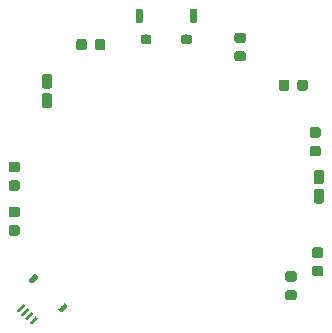
<source format=gtp>
G04 #@! TF.GenerationSoftware,KiCad,Pcbnew,5.1.2-f72e74a~84~ubuntu18.04.1*
G04 #@! TF.CreationDate,2019-07-25T17:33:10+02:00*
G04 #@! TF.ProjectId,lightboard,6c696768-7462-46f6-9172-642e6b696361,rev?*
G04 #@! TF.SameCoordinates,Original*
G04 #@! TF.FileFunction,Paste,Top*
G04 #@! TF.FilePolarity,Positive*
%FSLAX46Y46*%
G04 Gerber Fmt 4.6, Leading zero omitted, Abs format (unit mm)*
G04 Created by KiCad (PCBNEW 5.1.2-f72e74a~84~ubuntu18.04.1) date 2019-07-25 17:33:10*
%MOMM*%
%LPD*%
G04 APERTURE LIST*
%ADD10C,0.100000*%
%ADD11C,0.850000*%
%ADD12C,0.875000*%
%ADD13C,0.800000*%
%ADD14C,0.600000*%
%ADD15C,0.400000*%
%ADD16C,0.250000*%
G04 APERTURE END LIST*
D10*
G36*
X170013329Y-95058523D02*
G01*
X170033957Y-95061583D01*
X170054185Y-95066650D01*
X170073820Y-95073676D01*
X170092672Y-95082592D01*
X170110559Y-95093313D01*
X170127309Y-95105735D01*
X170142760Y-95119740D01*
X170156765Y-95135191D01*
X170169187Y-95151941D01*
X170179908Y-95169828D01*
X170188824Y-95188680D01*
X170195850Y-95208315D01*
X170200917Y-95228543D01*
X170203977Y-95249171D01*
X170205000Y-95270000D01*
X170205000Y-96070000D01*
X170203977Y-96090829D01*
X170200917Y-96111457D01*
X170195850Y-96131685D01*
X170188824Y-96151320D01*
X170179908Y-96170172D01*
X170169187Y-96188059D01*
X170156765Y-96204809D01*
X170142760Y-96220260D01*
X170127309Y-96234265D01*
X170110559Y-96246687D01*
X170092672Y-96257408D01*
X170073820Y-96266324D01*
X170054185Y-96273350D01*
X170033957Y-96278417D01*
X170013329Y-96281477D01*
X169992500Y-96282500D01*
X169567500Y-96282500D01*
X169546671Y-96281477D01*
X169526043Y-96278417D01*
X169505815Y-96273350D01*
X169486180Y-96266324D01*
X169467328Y-96257408D01*
X169449441Y-96246687D01*
X169432691Y-96234265D01*
X169417240Y-96220260D01*
X169403235Y-96204809D01*
X169390813Y-96188059D01*
X169380092Y-96170172D01*
X169371176Y-96151320D01*
X169364150Y-96131685D01*
X169359083Y-96111457D01*
X169356023Y-96090829D01*
X169355000Y-96070000D01*
X169355000Y-95270000D01*
X169356023Y-95249171D01*
X169359083Y-95228543D01*
X169364150Y-95208315D01*
X169371176Y-95188680D01*
X169380092Y-95169828D01*
X169390813Y-95151941D01*
X169403235Y-95135191D01*
X169417240Y-95119740D01*
X169432691Y-95105735D01*
X169449441Y-95093313D01*
X169467328Y-95082592D01*
X169486180Y-95073676D01*
X169505815Y-95066650D01*
X169526043Y-95061583D01*
X169546671Y-95058523D01*
X169567500Y-95057500D01*
X169992500Y-95057500D01*
X170013329Y-95058523D01*
X170013329Y-95058523D01*
G37*
D11*
X169780000Y-95670000D03*
D10*
G36*
X170013329Y-96683523D02*
G01*
X170033957Y-96686583D01*
X170054185Y-96691650D01*
X170073820Y-96698676D01*
X170092672Y-96707592D01*
X170110559Y-96718313D01*
X170127309Y-96730735D01*
X170142760Y-96744740D01*
X170156765Y-96760191D01*
X170169187Y-96776941D01*
X170179908Y-96794828D01*
X170188824Y-96813680D01*
X170195850Y-96833315D01*
X170200917Y-96853543D01*
X170203977Y-96874171D01*
X170205000Y-96895000D01*
X170205000Y-97695000D01*
X170203977Y-97715829D01*
X170200917Y-97736457D01*
X170195850Y-97756685D01*
X170188824Y-97776320D01*
X170179908Y-97795172D01*
X170169187Y-97813059D01*
X170156765Y-97829809D01*
X170142760Y-97845260D01*
X170127309Y-97859265D01*
X170110559Y-97871687D01*
X170092672Y-97882408D01*
X170073820Y-97891324D01*
X170054185Y-97898350D01*
X170033957Y-97903417D01*
X170013329Y-97906477D01*
X169992500Y-97907500D01*
X169567500Y-97907500D01*
X169546671Y-97906477D01*
X169526043Y-97903417D01*
X169505815Y-97898350D01*
X169486180Y-97891324D01*
X169467328Y-97882408D01*
X169449441Y-97871687D01*
X169432691Y-97859265D01*
X169417240Y-97845260D01*
X169403235Y-97829809D01*
X169390813Y-97813059D01*
X169380092Y-97795172D01*
X169371176Y-97776320D01*
X169364150Y-97756685D01*
X169359083Y-97736457D01*
X169356023Y-97715829D01*
X169355000Y-97695000D01*
X169355000Y-96895000D01*
X169356023Y-96874171D01*
X169359083Y-96853543D01*
X169364150Y-96833315D01*
X169371176Y-96813680D01*
X169380092Y-96794828D01*
X169390813Y-96776941D01*
X169403235Y-96760191D01*
X169417240Y-96744740D01*
X169432691Y-96730735D01*
X169449441Y-96718313D01*
X169467328Y-96707592D01*
X169486180Y-96698676D01*
X169505815Y-96691650D01*
X169526043Y-96686583D01*
X169546671Y-96683523D01*
X169567500Y-96682500D01*
X169992500Y-96682500D01*
X170013329Y-96683523D01*
X170013329Y-96683523D01*
G37*
D11*
X169780000Y-97295000D03*
D10*
G36*
X146993329Y-86948523D02*
G01*
X147013957Y-86951583D01*
X147034185Y-86956650D01*
X147053820Y-86963676D01*
X147072672Y-86972592D01*
X147090559Y-86983313D01*
X147107309Y-86995735D01*
X147122760Y-87009740D01*
X147136765Y-87025191D01*
X147149187Y-87041941D01*
X147159908Y-87059828D01*
X147168824Y-87078680D01*
X147175850Y-87098315D01*
X147180917Y-87118543D01*
X147183977Y-87139171D01*
X147185000Y-87160000D01*
X147185000Y-87960000D01*
X147183977Y-87980829D01*
X147180917Y-88001457D01*
X147175850Y-88021685D01*
X147168824Y-88041320D01*
X147159908Y-88060172D01*
X147149187Y-88078059D01*
X147136765Y-88094809D01*
X147122760Y-88110260D01*
X147107309Y-88124265D01*
X147090559Y-88136687D01*
X147072672Y-88147408D01*
X147053820Y-88156324D01*
X147034185Y-88163350D01*
X147013957Y-88168417D01*
X146993329Y-88171477D01*
X146972500Y-88172500D01*
X146547500Y-88172500D01*
X146526671Y-88171477D01*
X146506043Y-88168417D01*
X146485815Y-88163350D01*
X146466180Y-88156324D01*
X146447328Y-88147408D01*
X146429441Y-88136687D01*
X146412691Y-88124265D01*
X146397240Y-88110260D01*
X146383235Y-88094809D01*
X146370813Y-88078059D01*
X146360092Y-88060172D01*
X146351176Y-88041320D01*
X146344150Y-88021685D01*
X146339083Y-88001457D01*
X146336023Y-87980829D01*
X146335000Y-87960000D01*
X146335000Y-87160000D01*
X146336023Y-87139171D01*
X146339083Y-87118543D01*
X146344150Y-87098315D01*
X146351176Y-87078680D01*
X146360092Y-87059828D01*
X146370813Y-87041941D01*
X146383235Y-87025191D01*
X146397240Y-87009740D01*
X146412691Y-86995735D01*
X146429441Y-86983313D01*
X146447328Y-86972592D01*
X146466180Y-86963676D01*
X146485815Y-86956650D01*
X146506043Y-86951583D01*
X146526671Y-86948523D01*
X146547500Y-86947500D01*
X146972500Y-86947500D01*
X146993329Y-86948523D01*
X146993329Y-86948523D01*
G37*
D11*
X146760000Y-87560000D03*
D10*
G36*
X146993329Y-88573523D02*
G01*
X147013957Y-88576583D01*
X147034185Y-88581650D01*
X147053820Y-88588676D01*
X147072672Y-88597592D01*
X147090559Y-88608313D01*
X147107309Y-88620735D01*
X147122760Y-88634740D01*
X147136765Y-88650191D01*
X147149187Y-88666941D01*
X147159908Y-88684828D01*
X147168824Y-88703680D01*
X147175850Y-88723315D01*
X147180917Y-88743543D01*
X147183977Y-88764171D01*
X147185000Y-88785000D01*
X147185000Y-89585000D01*
X147183977Y-89605829D01*
X147180917Y-89626457D01*
X147175850Y-89646685D01*
X147168824Y-89666320D01*
X147159908Y-89685172D01*
X147149187Y-89703059D01*
X147136765Y-89719809D01*
X147122760Y-89735260D01*
X147107309Y-89749265D01*
X147090559Y-89761687D01*
X147072672Y-89772408D01*
X147053820Y-89781324D01*
X147034185Y-89788350D01*
X147013957Y-89793417D01*
X146993329Y-89796477D01*
X146972500Y-89797500D01*
X146547500Y-89797500D01*
X146526671Y-89796477D01*
X146506043Y-89793417D01*
X146485815Y-89788350D01*
X146466180Y-89781324D01*
X146447328Y-89772408D01*
X146429441Y-89761687D01*
X146412691Y-89749265D01*
X146397240Y-89735260D01*
X146383235Y-89719809D01*
X146370813Y-89703059D01*
X146360092Y-89685172D01*
X146351176Y-89666320D01*
X146344150Y-89646685D01*
X146339083Y-89626457D01*
X146336023Y-89605829D01*
X146335000Y-89585000D01*
X146335000Y-88785000D01*
X146336023Y-88764171D01*
X146339083Y-88743543D01*
X146344150Y-88723315D01*
X146351176Y-88703680D01*
X146360092Y-88684828D01*
X146370813Y-88666941D01*
X146383235Y-88650191D01*
X146397240Y-88634740D01*
X146412691Y-88620735D01*
X146429441Y-88608313D01*
X146447328Y-88597592D01*
X146466180Y-88588676D01*
X146485815Y-88581650D01*
X146506043Y-88576583D01*
X146526671Y-88573523D01*
X146547500Y-88572500D01*
X146972500Y-88572500D01*
X146993329Y-88573523D01*
X146993329Y-88573523D01*
G37*
D11*
X146760000Y-89185000D03*
D10*
G36*
X163387691Y-83428553D02*
G01*
X163408926Y-83431703D01*
X163429750Y-83436919D01*
X163449962Y-83444151D01*
X163469368Y-83453330D01*
X163487781Y-83464366D01*
X163505024Y-83477154D01*
X163520930Y-83491570D01*
X163535346Y-83507476D01*
X163548134Y-83524719D01*
X163559170Y-83543132D01*
X163568349Y-83562538D01*
X163575581Y-83582750D01*
X163580797Y-83603574D01*
X163583947Y-83624809D01*
X163585000Y-83646250D01*
X163585000Y-84083750D01*
X163583947Y-84105191D01*
X163580797Y-84126426D01*
X163575581Y-84147250D01*
X163568349Y-84167462D01*
X163559170Y-84186868D01*
X163548134Y-84205281D01*
X163535346Y-84222524D01*
X163520930Y-84238430D01*
X163505024Y-84252846D01*
X163487781Y-84265634D01*
X163469368Y-84276670D01*
X163449962Y-84285849D01*
X163429750Y-84293081D01*
X163408926Y-84298297D01*
X163387691Y-84301447D01*
X163366250Y-84302500D01*
X162853750Y-84302500D01*
X162832309Y-84301447D01*
X162811074Y-84298297D01*
X162790250Y-84293081D01*
X162770038Y-84285849D01*
X162750632Y-84276670D01*
X162732219Y-84265634D01*
X162714976Y-84252846D01*
X162699070Y-84238430D01*
X162684654Y-84222524D01*
X162671866Y-84205281D01*
X162660830Y-84186868D01*
X162651651Y-84167462D01*
X162644419Y-84147250D01*
X162639203Y-84126426D01*
X162636053Y-84105191D01*
X162635000Y-84083750D01*
X162635000Y-83646250D01*
X162636053Y-83624809D01*
X162639203Y-83603574D01*
X162644419Y-83582750D01*
X162651651Y-83562538D01*
X162660830Y-83543132D01*
X162671866Y-83524719D01*
X162684654Y-83507476D01*
X162699070Y-83491570D01*
X162714976Y-83477154D01*
X162732219Y-83464366D01*
X162750632Y-83453330D01*
X162770038Y-83444151D01*
X162790250Y-83436919D01*
X162811074Y-83431703D01*
X162832309Y-83428553D01*
X162853750Y-83427500D01*
X163366250Y-83427500D01*
X163387691Y-83428553D01*
X163387691Y-83428553D01*
G37*
D12*
X163110000Y-83865000D03*
D10*
G36*
X163387691Y-85003553D02*
G01*
X163408926Y-85006703D01*
X163429750Y-85011919D01*
X163449962Y-85019151D01*
X163469368Y-85028330D01*
X163487781Y-85039366D01*
X163505024Y-85052154D01*
X163520930Y-85066570D01*
X163535346Y-85082476D01*
X163548134Y-85099719D01*
X163559170Y-85118132D01*
X163568349Y-85137538D01*
X163575581Y-85157750D01*
X163580797Y-85178574D01*
X163583947Y-85199809D01*
X163585000Y-85221250D01*
X163585000Y-85658750D01*
X163583947Y-85680191D01*
X163580797Y-85701426D01*
X163575581Y-85722250D01*
X163568349Y-85742462D01*
X163559170Y-85761868D01*
X163548134Y-85780281D01*
X163535346Y-85797524D01*
X163520930Y-85813430D01*
X163505024Y-85827846D01*
X163487781Y-85840634D01*
X163469368Y-85851670D01*
X163449962Y-85860849D01*
X163429750Y-85868081D01*
X163408926Y-85873297D01*
X163387691Y-85876447D01*
X163366250Y-85877500D01*
X162853750Y-85877500D01*
X162832309Y-85876447D01*
X162811074Y-85873297D01*
X162790250Y-85868081D01*
X162770038Y-85860849D01*
X162750632Y-85851670D01*
X162732219Y-85840634D01*
X162714976Y-85827846D01*
X162699070Y-85813430D01*
X162684654Y-85797524D01*
X162671866Y-85780281D01*
X162660830Y-85761868D01*
X162651651Y-85742462D01*
X162644419Y-85722250D01*
X162639203Y-85701426D01*
X162636053Y-85680191D01*
X162635000Y-85658750D01*
X162635000Y-85221250D01*
X162636053Y-85199809D01*
X162639203Y-85178574D01*
X162644419Y-85157750D01*
X162651651Y-85137538D01*
X162660830Y-85118132D01*
X162671866Y-85099719D01*
X162684654Y-85082476D01*
X162699070Y-85066570D01*
X162714976Y-85052154D01*
X162732219Y-85039366D01*
X162750632Y-85028330D01*
X162770038Y-85019151D01*
X162790250Y-85011919D01*
X162811074Y-85006703D01*
X162832309Y-85003553D01*
X162853750Y-85002500D01*
X163366250Y-85002500D01*
X163387691Y-85003553D01*
X163387691Y-85003553D01*
G37*
D12*
X163110000Y-85440000D03*
D10*
G36*
X144257691Y-98178553D02*
G01*
X144278926Y-98181703D01*
X144299750Y-98186919D01*
X144319962Y-98194151D01*
X144339368Y-98203330D01*
X144357781Y-98214366D01*
X144375024Y-98227154D01*
X144390930Y-98241570D01*
X144405346Y-98257476D01*
X144418134Y-98274719D01*
X144429170Y-98293132D01*
X144438349Y-98312538D01*
X144445581Y-98332750D01*
X144450797Y-98353574D01*
X144453947Y-98374809D01*
X144455000Y-98396250D01*
X144455000Y-98833750D01*
X144453947Y-98855191D01*
X144450797Y-98876426D01*
X144445581Y-98897250D01*
X144438349Y-98917462D01*
X144429170Y-98936868D01*
X144418134Y-98955281D01*
X144405346Y-98972524D01*
X144390930Y-98988430D01*
X144375024Y-99002846D01*
X144357781Y-99015634D01*
X144339368Y-99026670D01*
X144319962Y-99035849D01*
X144299750Y-99043081D01*
X144278926Y-99048297D01*
X144257691Y-99051447D01*
X144236250Y-99052500D01*
X143723750Y-99052500D01*
X143702309Y-99051447D01*
X143681074Y-99048297D01*
X143660250Y-99043081D01*
X143640038Y-99035849D01*
X143620632Y-99026670D01*
X143602219Y-99015634D01*
X143584976Y-99002846D01*
X143569070Y-98988430D01*
X143554654Y-98972524D01*
X143541866Y-98955281D01*
X143530830Y-98936868D01*
X143521651Y-98917462D01*
X143514419Y-98897250D01*
X143509203Y-98876426D01*
X143506053Y-98855191D01*
X143505000Y-98833750D01*
X143505000Y-98396250D01*
X143506053Y-98374809D01*
X143509203Y-98353574D01*
X143514419Y-98332750D01*
X143521651Y-98312538D01*
X143530830Y-98293132D01*
X143541866Y-98274719D01*
X143554654Y-98257476D01*
X143569070Y-98241570D01*
X143584976Y-98227154D01*
X143602219Y-98214366D01*
X143620632Y-98203330D01*
X143640038Y-98194151D01*
X143660250Y-98186919D01*
X143681074Y-98181703D01*
X143702309Y-98178553D01*
X143723750Y-98177500D01*
X144236250Y-98177500D01*
X144257691Y-98178553D01*
X144257691Y-98178553D01*
G37*
D12*
X143980000Y-98615000D03*
D10*
G36*
X144257691Y-99753553D02*
G01*
X144278926Y-99756703D01*
X144299750Y-99761919D01*
X144319962Y-99769151D01*
X144339368Y-99778330D01*
X144357781Y-99789366D01*
X144375024Y-99802154D01*
X144390930Y-99816570D01*
X144405346Y-99832476D01*
X144418134Y-99849719D01*
X144429170Y-99868132D01*
X144438349Y-99887538D01*
X144445581Y-99907750D01*
X144450797Y-99928574D01*
X144453947Y-99949809D01*
X144455000Y-99971250D01*
X144455000Y-100408750D01*
X144453947Y-100430191D01*
X144450797Y-100451426D01*
X144445581Y-100472250D01*
X144438349Y-100492462D01*
X144429170Y-100511868D01*
X144418134Y-100530281D01*
X144405346Y-100547524D01*
X144390930Y-100563430D01*
X144375024Y-100577846D01*
X144357781Y-100590634D01*
X144339368Y-100601670D01*
X144319962Y-100610849D01*
X144299750Y-100618081D01*
X144278926Y-100623297D01*
X144257691Y-100626447D01*
X144236250Y-100627500D01*
X143723750Y-100627500D01*
X143702309Y-100626447D01*
X143681074Y-100623297D01*
X143660250Y-100618081D01*
X143640038Y-100610849D01*
X143620632Y-100601670D01*
X143602219Y-100590634D01*
X143584976Y-100577846D01*
X143569070Y-100563430D01*
X143554654Y-100547524D01*
X143541866Y-100530281D01*
X143530830Y-100511868D01*
X143521651Y-100492462D01*
X143514419Y-100472250D01*
X143509203Y-100451426D01*
X143506053Y-100430191D01*
X143505000Y-100408750D01*
X143505000Y-99971250D01*
X143506053Y-99949809D01*
X143509203Y-99928574D01*
X143514419Y-99907750D01*
X143521651Y-99887538D01*
X143530830Y-99868132D01*
X143541866Y-99849719D01*
X143554654Y-99832476D01*
X143569070Y-99816570D01*
X143584976Y-99802154D01*
X143602219Y-99789366D01*
X143620632Y-99778330D01*
X143640038Y-99769151D01*
X143660250Y-99761919D01*
X143681074Y-99756703D01*
X143702309Y-99753553D01*
X143723750Y-99752500D01*
X144236250Y-99752500D01*
X144257691Y-99753553D01*
X144257691Y-99753553D01*
G37*
D12*
X143980000Y-100190000D03*
D10*
G36*
X167697691Y-103648553D02*
G01*
X167718926Y-103651703D01*
X167739750Y-103656919D01*
X167759962Y-103664151D01*
X167779368Y-103673330D01*
X167797781Y-103684366D01*
X167815024Y-103697154D01*
X167830930Y-103711570D01*
X167845346Y-103727476D01*
X167858134Y-103744719D01*
X167869170Y-103763132D01*
X167878349Y-103782538D01*
X167885581Y-103802750D01*
X167890797Y-103823574D01*
X167893947Y-103844809D01*
X167895000Y-103866250D01*
X167895000Y-104303750D01*
X167893947Y-104325191D01*
X167890797Y-104346426D01*
X167885581Y-104367250D01*
X167878349Y-104387462D01*
X167869170Y-104406868D01*
X167858134Y-104425281D01*
X167845346Y-104442524D01*
X167830930Y-104458430D01*
X167815024Y-104472846D01*
X167797781Y-104485634D01*
X167779368Y-104496670D01*
X167759962Y-104505849D01*
X167739750Y-104513081D01*
X167718926Y-104518297D01*
X167697691Y-104521447D01*
X167676250Y-104522500D01*
X167163750Y-104522500D01*
X167142309Y-104521447D01*
X167121074Y-104518297D01*
X167100250Y-104513081D01*
X167080038Y-104505849D01*
X167060632Y-104496670D01*
X167042219Y-104485634D01*
X167024976Y-104472846D01*
X167009070Y-104458430D01*
X166994654Y-104442524D01*
X166981866Y-104425281D01*
X166970830Y-104406868D01*
X166961651Y-104387462D01*
X166954419Y-104367250D01*
X166949203Y-104346426D01*
X166946053Y-104325191D01*
X166945000Y-104303750D01*
X166945000Y-103866250D01*
X166946053Y-103844809D01*
X166949203Y-103823574D01*
X166954419Y-103802750D01*
X166961651Y-103782538D01*
X166970830Y-103763132D01*
X166981866Y-103744719D01*
X166994654Y-103727476D01*
X167009070Y-103711570D01*
X167024976Y-103697154D01*
X167042219Y-103684366D01*
X167060632Y-103673330D01*
X167080038Y-103664151D01*
X167100250Y-103656919D01*
X167121074Y-103651703D01*
X167142309Y-103648553D01*
X167163750Y-103647500D01*
X167676250Y-103647500D01*
X167697691Y-103648553D01*
X167697691Y-103648553D01*
G37*
D12*
X167420000Y-104085000D03*
D10*
G36*
X167697691Y-105223553D02*
G01*
X167718926Y-105226703D01*
X167739750Y-105231919D01*
X167759962Y-105239151D01*
X167779368Y-105248330D01*
X167797781Y-105259366D01*
X167815024Y-105272154D01*
X167830930Y-105286570D01*
X167845346Y-105302476D01*
X167858134Y-105319719D01*
X167869170Y-105338132D01*
X167878349Y-105357538D01*
X167885581Y-105377750D01*
X167890797Y-105398574D01*
X167893947Y-105419809D01*
X167895000Y-105441250D01*
X167895000Y-105878750D01*
X167893947Y-105900191D01*
X167890797Y-105921426D01*
X167885581Y-105942250D01*
X167878349Y-105962462D01*
X167869170Y-105981868D01*
X167858134Y-106000281D01*
X167845346Y-106017524D01*
X167830930Y-106033430D01*
X167815024Y-106047846D01*
X167797781Y-106060634D01*
X167779368Y-106071670D01*
X167759962Y-106080849D01*
X167739750Y-106088081D01*
X167718926Y-106093297D01*
X167697691Y-106096447D01*
X167676250Y-106097500D01*
X167163750Y-106097500D01*
X167142309Y-106096447D01*
X167121074Y-106093297D01*
X167100250Y-106088081D01*
X167080038Y-106080849D01*
X167060632Y-106071670D01*
X167042219Y-106060634D01*
X167024976Y-106047846D01*
X167009070Y-106033430D01*
X166994654Y-106017524D01*
X166981866Y-106000281D01*
X166970830Y-105981868D01*
X166961651Y-105962462D01*
X166954419Y-105942250D01*
X166949203Y-105921426D01*
X166946053Y-105900191D01*
X166945000Y-105878750D01*
X166945000Y-105441250D01*
X166946053Y-105419809D01*
X166949203Y-105398574D01*
X166954419Y-105377750D01*
X166961651Y-105357538D01*
X166970830Y-105338132D01*
X166981866Y-105319719D01*
X166994654Y-105302476D01*
X167009070Y-105286570D01*
X167024976Y-105272154D01*
X167042219Y-105259366D01*
X167060632Y-105248330D01*
X167080038Y-105239151D01*
X167100250Y-105231919D01*
X167121074Y-105226703D01*
X167142309Y-105223553D01*
X167163750Y-105222500D01*
X167676250Y-105222500D01*
X167697691Y-105223553D01*
X167697691Y-105223553D01*
G37*
D12*
X167420000Y-105660000D03*
D10*
G36*
X158829603Y-83600963D02*
G01*
X158849018Y-83603843D01*
X158868057Y-83608612D01*
X158886537Y-83615224D01*
X158904279Y-83623616D01*
X158921114Y-83633706D01*
X158936879Y-83645398D01*
X158951421Y-83658579D01*
X158964602Y-83673121D01*
X158976294Y-83688886D01*
X158986384Y-83705721D01*
X158994776Y-83723463D01*
X159001388Y-83741943D01*
X159006157Y-83760982D01*
X159009037Y-83780397D01*
X159010000Y-83800000D01*
X159010000Y-84200000D01*
X159009037Y-84219603D01*
X159006157Y-84239018D01*
X159001388Y-84258057D01*
X158994776Y-84276537D01*
X158986384Y-84294279D01*
X158976294Y-84311114D01*
X158964602Y-84326879D01*
X158951421Y-84341421D01*
X158936879Y-84354602D01*
X158921114Y-84366294D01*
X158904279Y-84376384D01*
X158886537Y-84384776D01*
X158868057Y-84391388D01*
X158849018Y-84396157D01*
X158829603Y-84399037D01*
X158810000Y-84400000D01*
X158310000Y-84400000D01*
X158290397Y-84399037D01*
X158270982Y-84396157D01*
X158251943Y-84391388D01*
X158233463Y-84384776D01*
X158215721Y-84376384D01*
X158198886Y-84366294D01*
X158183121Y-84354602D01*
X158168579Y-84341421D01*
X158155398Y-84326879D01*
X158143706Y-84311114D01*
X158133616Y-84294279D01*
X158125224Y-84276537D01*
X158118612Y-84258057D01*
X158113843Y-84239018D01*
X158110963Y-84219603D01*
X158110000Y-84200000D01*
X158110000Y-83800000D01*
X158110963Y-83780397D01*
X158113843Y-83760982D01*
X158118612Y-83741943D01*
X158125224Y-83723463D01*
X158133616Y-83705721D01*
X158143706Y-83688886D01*
X158155398Y-83673121D01*
X158168579Y-83658579D01*
X158183121Y-83645398D01*
X158198886Y-83633706D01*
X158215721Y-83623616D01*
X158233463Y-83615224D01*
X158251943Y-83608612D01*
X158270982Y-83603843D01*
X158290397Y-83600963D01*
X158310000Y-83600000D01*
X158810000Y-83600000D01*
X158829603Y-83600963D01*
X158829603Y-83600963D01*
G37*
D13*
X158560000Y-84000000D03*
D10*
G36*
X155429603Y-83600963D02*
G01*
X155449018Y-83603843D01*
X155468057Y-83608612D01*
X155486537Y-83615224D01*
X155504279Y-83623616D01*
X155521114Y-83633706D01*
X155536879Y-83645398D01*
X155551421Y-83658579D01*
X155564602Y-83673121D01*
X155576294Y-83688886D01*
X155586384Y-83705721D01*
X155594776Y-83723463D01*
X155601388Y-83741943D01*
X155606157Y-83760982D01*
X155609037Y-83780397D01*
X155610000Y-83800000D01*
X155610000Y-84200000D01*
X155609037Y-84219603D01*
X155606157Y-84239018D01*
X155601388Y-84258057D01*
X155594776Y-84276537D01*
X155586384Y-84294279D01*
X155576294Y-84311114D01*
X155564602Y-84326879D01*
X155551421Y-84341421D01*
X155536879Y-84354602D01*
X155521114Y-84366294D01*
X155504279Y-84376384D01*
X155486537Y-84384776D01*
X155468057Y-84391388D01*
X155449018Y-84396157D01*
X155429603Y-84399037D01*
X155410000Y-84400000D01*
X154910000Y-84400000D01*
X154890397Y-84399037D01*
X154870982Y-84396157D01*
X154851943Y-84391388D01*
X154833463Y-84384776D01*
X154815721Y-84376384D01*
X154798886Y-84366294D01*
X154783121Y-84354602D01*
X154768579Y-84341421D01*
X154755398Y-84326879D01*
X154743706Y-84311114D01*
X154733616Y-84294279D01*
X154725224Y-84276537D01*
X154718612Y-84258057D01*
X154713843Y-84239018D01*
X154710963Y-84219603D01*
X154710000Y-84200000D01*
X154710000Y-83800000D01*
X154710963Y-83780397D01*
X154713843Y-83760982D01*
X154718612Y-83741943D01*
X154725224Y-83723463D01*
X154733616Y-83705721D01*
X154743706Y-83688886D01*
X154755398Y-83673121D01*
X154768579Y-83658579D01*
X154783121Y-83645398D01*
X154798886Y-83633706D01*
X154815721Y-83623616D01*
X154833463Y-83615224D01*
X154851943Y-83608612D01*
X154870982Y-83603843D01*
X154890397Y-83600963D01*
X154910000Y-83600000D01*
X155410000Y-83600000D01*
X155429603Y-83600963D01*
X155429603Y-83600963D01*
G37*
D13*
X155160000Y-84000000D03*
D10*
G36*
X159324703Y-81400722D02*
G01*
X159339264Y-81402882D01*
X159353543Y-81406459D01*
X159367403Y-81411418D01*
X159380710Y-81417712D01*
X159393336Y-81425280D01*
X159405159Y-81434048D01*
X159416066Y-81443934D01*
X159425952Y-81454841D01*
X159434720Y-81466664D01*
X159442288Y-81479290D01*
X159448582Y-81492597D01*
X159453541Y-81506457D01*
X159457118Y-81520736D01*
X159459278Y-81535297D01*
X159460000Y-81550000D01*
X159460000Y-82450000D01*
X159459278Y-82464703D01*
X159457118Y-82479264D01*
X159453541Y-82493543D01*
X159448582Y-82507403D01*
X159442288Y-82520710D01*
X159434720Y-82533336D01*
X159425952Y-82545159D01*
X159416066Y-82556066D01*
X159405159Y-82565952D01*
X159393336Y-82574720D01*
X159380710Y-82582288D01*
X159367403Y-82588582D01*
X159353543Y-82593541D01*
X159339264Y-82597118D01*
X159324703Y-82599278D01*
X159310000Y-82600000D01*
X159010000Y-82600000D01*
X158995297Y-82599278D01*
X158980736Y-82597118D01*
X158966457Y-82593541D01*
X158952597Y-82588582D01*
X158939290Y-82582288D01*
X158926664Y-82574720D01*
X158914841Y-82565952D01*
X158903934Y-82556066D01*
X158894048Y-82545159D01*
X158885280Y-82533336D01*
X158877712Y-82520710D01*
X158871418Y-82507403D01*
X158866459Y-82493543D01*
X158862882Y-82479264D01*
X158860722Y-82464703D01*
X158860000Y-82450000D01*
X158860000Y-81550000D01*
X158860722Y-81535297D01*
X158862882Y-81520736D01*
X158866459Y-81506457D01*
X158871418Y-81492597D01*
X158877712Y-81479290D01*
X158885280Y-81466664D01*
X158894048Y-81454841D01*
X158903934Y-81443934D01*
X158914841Y-81434048D01*
X158926664Y-81425280D01*
X158939290Y-81417712D01*
X158952597Y-81411418D01*
X158966457Y-81406459D01*
X158980736Y-81402882D01*
X158995297Y-81400722D01*
X159010000Y-81400000D01*
X159310000Y-81400000D01*
X159324703Y-81400722D01*
X159324703Y-81400722D01*
G37*
D14*
X159160000Y-82000000D03*
D10*
G36*
X154724703Y-81400722D02*
G01*
X154739264Y-81402882D01*
X154753543Y-81406459D01*
X154767403Y-81411418D01*
X154780710Y-81417712D01*
X154793336Y-81425280D01*
X154805159Y-81434048D01*
X154816066Y-81443934D01*
X154825952Y-81454841D01*
X154834720Y-81466664D01*
X154842288Y-81479290D01*
X154848582Y-81492597D01*
X154853541Y-81506457D01*
X154857118Y-81520736D01*
X154859278Y-81535297D01*
X154860000Y-81550000D01*
X154860000Y-82450000D01*
X154859278Y-82464703D01*
X154857118Y-82479264D01*
X154853541Y-82493543D01*
X154848582Y-82507403D01*
X154842288Y-82520710D01*
X154834720Y-82533336D01*
X154825952Y-82545159D01*
X154816066Y-82556066D01*
X154805159Y-82565952D01*
X154793336Y-82574720D01*
X154780710Y-82582288D01*
X154767403Y-82588582D01*
X154753543Y-82593541D01*
X154739264Y-82597118D01*
X154724703Y-82599278D01*
X154710000Y-82600000D01*
X154410000Y-82600000D01*
X154395297Y-82599278D01*
X154380736Y-82597118D01*
X154366457Y-82593541D01*
X154352597Y-82588582D01*
X154339290Y-82582288D01*
X154326664Y-82574720D01*
X154314841Y-82565952D01*
X154303934Y-82556066D01*
X154294048Y-82545159D01*
X154285280Y-82533336D01*
X154277712Y-82520710D01*
X154271418Y-82507403D01*
X154266459Y-82493543D01*
X154262882Y-82479264D01*
X154260722Y-82464703D01*
X154260000Y-82450000D01*
X154260000Y-81550000D01*
X154260722Y-81535297D01*
X154262882Y-81520736D01*
X154266459Y-81506457D01*
X154271418Y-81492597D01*
X154277712Y-81479290D01*
X154285280Y-81466664D01*
X154294048Y-81454841D01*
X154303934Y-81443934D01*
X154314841Y-81434048D01*
X154326664Y-81425280D01*
X154339290Y-81417712D01*
X154352597Y-81411418D01*
X154366457Y-81406459D01*
X154380736Y-81402882D01*
X154395297Y-81400722D01*
X154410000Y-81400000D01*
X154710000Y-81400000D01*
X154724703Y-81400722D01*
X154724703Y-81400722D01*
G37*
D14*
X154560000Y-82000000D03*
D10*
G36*
X169747691Y-91453553D02*
G01*
X169768926Y-91456703D01*
X169789750Y-91461919D01*
X169809962Y-91469151D01*
X169829368Y-91478330D01*
X169847781Y-91489366D01*
X169865024Y-91502154D01*
X169880930Y-91516570D01*
X169895346Y-91532476D01*
X169908134Y-91549719D01*
X169919170Y-91568132D01*
X169928349Y-91587538D01*
X169935581Y-91607750D01*
X169940797Y-91628574D01*
X169943947Y-91649809D01*
X169945000Y-91671250D01*
X169945000Y-92108750D01*
X169943947Y-92130191D01*
X169940797Y-92151426D01*
X169935581Y-92172250D01*
X169928349Y-92192462D01*
X169919170Y-92211868D01*
X169908134Y-92230281D01*
X169895346Y-92247524D01*
X169880930Y-92263430D01*
X169865024Y-92277846D01*
X169847781Y-92290634D01*
X169829368Y-92301670D01*
X169809962Y-92310849D01*
X169789750Y-92318081D01*
X169768926Y-92323297D01*
X169747691Y-92326447D01*
X169726250Y-92327500D01*
X169213750Y-92327500D01*
X169192309Y-92326447D01*
X169171074Y-92323297D01*
X169150250Y-92318081D01*
X169130038Y-92310849D01*
X169110632Y-92301670D01*
X169092219Y-92290634D01*
X169074976Y-92277846D01*
X169059070Y-92263430D01*
X169044654Y-92247524D01*
X169031866Y-92230281D01*
X169020830Y-92211868D01*
X169011651Y-92192462D01*
X169004419Y-92172250D01*
X168999203Y-92151426D01*
X168996053Y-92130191D01*
X168995000Y-92108750D01*
X168995000Y-91671250D01*
X168996053Y-91649809D01*
X168999203Y-91628574D01*
X169004419Y-91607750D01*
X169011651Y-91587538D01*
X169020830Y-91568132D01*
X169031866Y-91549719D01*
X169044654Y-91532476D01*
X169059070Y-91516570D01*
X169074976Y-91502154D01*
X169092219Y-91489366D01*
X169110632Y-91478330D01*
X169130038Y-91469151D01*
X169150250Y-91461919D01*
X169171074Y-91456703D01*
X169192309Y-91453553D01*
X169213750Y-91452500D01*
X169726250Y-91452500D01*
X169747691Y-91453553D01*
X169747691Y-91453553D01*
G37*
D12*
X169470000Y-91890000D03*
D10*
G36*
X169747691Y-93028553D02*
G01*
X169768926Y-93031703D01*
X169789750Y-93036919D01*
X169809962Y-93044151D01*
X169829368Y-93053330D01*
X169847781Y-93064366D01*
X169865024Y-93077154D01*
X169880930Y-93091570D01*
X169895346Y-93107476D01*
X169908134Y-93124719D01*
X169919170Y-93143132D01*
X169928349Y-93162538D01*
X169935581Y-93182750D01*
X169940797Y-93203574D01*
X169943947Y-93224809D01*
X169945000Y-93246250D01*
X169945000Y-93683750D01*
X169943947Y-93705191D01*
X169940797Y-93726426D01*
X169935581Y-93747250D01*
X169928349Y-93767462D01*
X169919170Y-93786868D01*
X169908134Y-93805281D01*
X169895346Y-93822524D01*
X169880930Y-93838430D01*
X169865024Y-93852846D01*
X169847781Y-93865634D01*
X169829368Y-93876670D01*
X169809962Y-93885849D01*
X169789750Y-93893081D01*
X169768926Y-93898297D01*
X169747691Y-93901447D01*
X169726250Y-93902500D01*
X169213750Y-93902500D01*
X169192309Y-93901447D01*
X169171074Y-93898297D01*
X169150250Y-93893081D01*
X169130038Y-93885849D01*
X169110632Y-93876670D01*
X169092219Y-93865634D01*
X169074976Y-93852846D01*
X169059070Y-93838430D01*
X169044654Y-93822524D01*
X169031866Y-93805281D01*
X169020830Y-93786868D01*
X169011651Y-93767462D01*
X169004419Y-93747250D01*
X168999203Y-93726426D01*
X168996053Y-93705191D01*
X168995000Y-93683750D01*
X168995000Y-93246250D01*
X168996053Y-93224809D01*
X168999203Y-93203574D01*
X169004419Y-93182750D01*
X169011651Y-93162538D01*
X169020830Y-93143132D01*
X169031866Y-93124719D01*
X169044654Y-93107476D01*
X169059070Y-93091570D01*
X169074976Y-93077154D01*
X169092219Y-93064366D01*
X169110632Y-93053330D01*
X169130038Y-93044151D01*
X169150250Y-93036919D01*
X169171074Y-93031703D01*
X169192309Y-93028553D01*
X169213750Y-93027500D01*
X169726250Y-93027500D01*
X169747691Y-93028553D01*
X169747691Y-93028553D01*
G37*
D12*
X169470000Y-93465000D03*
D10*
G36*
X151500191Y-83976053D02*
G01*
X151521426Y-83979203D01*
X151542250Y-83984419D01*
X151562462Y-83991651D01*
X151581868Y-84000830D01*
X151600281Y-84011866D01*
X151617524Y-84024654D01*
X151633430Y-84039070D01*
X151647846Y-84054976D01*
X151660634Y-84072219D01*
X151671670Y-84090632D01*
X151680849Y-84110038D01*
X151688081Y-84130250D01*
X151693297Y-84151074D01*
X151696447Y-84172309D01*
X151697500Y-84193750D01*
X151697500Y-84706250D01*
X151696447Y-84727691D01*
X151693297Y-84748926D01*
X151688081Y-84769750D01*
X151680849Y-84789962D01*
X151671670Y-84809368D01*
X151660634Y-84827781D01*
X151647846Y-84845024D01*
X151633430Y-84860930D01*
X151617524Y-84875346D01*
X151600281Y-84888134D01*
X151581868Y-84899170D01*
X151562462Y-84908349D01*
X151542250Y-84915581D01*
X151521426Y-84920797D01*
X151500191Y-84923947D01*
X151478750Y-84925000D01*
X151041250Y-84925000D01*
X151019809Y-84923947D01*
X150998574Y-84920797D01*
X150977750Y-84915581D01*
X150957538Y-84908349D01*
X150938132Y-84899170D01*
X150919719Y-84888134D01*
X150902476Y-84875346D01*
X150886570Y-84860930D01*
X150872154Y-84845024D01*
X150859366Y-84827781D01*
X150848330Y-84809368D01*
X150839151Y-84789962D01*
X150831919Y-84769750D01*
X150826703Y-84748926D01*
X150823553Y-84727691D01*
X150822500Y-84706250D01*
X150822500Y-84193750D01*
X150823553Y-84172309D01*
X150826703Y-84151074D01*
X150831919Y-84130250D01*
X150839151Y-84110038D01*
X150848330Y-84090632D01*
X150859366Y-84072219D01*
X150872154Y-84054976D01*
X150886570Y-84039070D01*
X150902476Y-84024654D01*
X150919719Y-84011866D01*
X150938132Y-84000830D01*
X150957538Y-83991651D01*
X150977750Y-83984419D01*
X150998574Y-83979203D01*
X151019809Y-83976053D01*
X151041250Y-83975000D01*
X151478750Y-83975000D01*
X151500191Y-83976053D01*
X151500191Y-83976053D01*
G37*
D12*
X151260000Y-84450000D03*
D10*
G36*
X149925191Y-83976053D02*
G01*
X149946426Y-83979203D01*
X149967250Y-83984419D01*
X149987462Y-83991651D01*
X150006868Y-84000830D01*
X150025281Y-84011866D01*
X150042524Y-84024654D01*
X150058430Y-84039070D01*
X150072846Y-84054976D01*
X150085634Y-84072219D01*
X150096670Y-84090632D01*
X150105849Y-84110038D01*
X150113081Y-84130250D01*
X150118297Y-84151074D01*
X150121447Y-84172309D01*
X150122500Y-84193750D01*
X150122500Y-84706250D01*
X150121447Y-84727691D01*
X150118297Y-84748926D01*
X150113081Y-84769750D01*
X150105849Y-84789962D01*
X150096670Y-84809368D01*
X150085634Y-84827781D01*
X150072846Y-84845024D01*
X150058430Y-84860930D01*
X150042524Y-84875346D01*
X150025281Y-84888134D01*
X150006868Y-84899170D01*
X149987462Y-84908349D01*
X149967250Y-84915581D01*
X149946426Y-84920797D01*
X149925191Y-84923947D01*
X149903750Y-84925000D01*
X149466250Y-84925000D01*
X149444809Y-84923947D01*
X149423574Y-84920797D01*
X149402750Y-84915581D01*
X149382538Y-84908349D01*
X149363132Y-84899170D01*
X149344719Y-84888134D01*
X149327476Y-84875346D01*
X149311570Y-84860930D01*
X149297154Y-84845024D01*
X149284366Y-84827781D01*
X149273330Y-84809368D01*
X149264151Y-84789962D01*
X149256919Y-84769750D01*
X149251703Y-84748926D01*
X149248553Y-84727691D01*
X149247500Y-84706250D01*
X149247500Y-84193750D01*
X149248553Y-84172309D01*
X149251703Y-84151074D01*
X149256919Y-84130250D01*
X149264151Y-84110038D01*
X149273330Y-84090632D01*
X149284366Y-84072219D01*
X149297154Y-84054976D01*
X149311570Y-84039070D01*
X149327476Y-84024654D01*
X149344719Y-84011866D01*
X149363132Y-84000830D01*
X149382538Y-83991651D01*
X149402750Y-83984419D01*
X149423574Y-83979203D01*
X149444809Y-83976053D01*
X149466250Y-83975000D01*
X149903750Y-83975000D01*
X149925191Y-83976053D01*
X149925191Y-83976053D01*
G37*
D12*
X149685000Y-84450000D03*
D10*
G36*
X168645191Y-87406053D02*
G01*
X168666426Y-87409203D01*
X168687250Y-87414419D01*
X168707462Y-87421651D01*
X168726868Y-87430830D01*
X168745281Y-87441866D01*
X168762524Y-87454654D01*
X168778430Y-87469070D01*
X168792846Y-87484976D01*
X168805634Y-87502219D01*
X168816670Y-87520632D01*
X168825849Y-87540038D01*
X168833081Y-87560250D01*
X168838297Y-87581074D01*
X168841447Y-87602309D01*
X168842500Y-87623750D01*
X168842500Y-88136250D01*
X168841447Y-88157691D01*
X168838297Y-88178926D01*
X168833081Y-88199750D01*
X168825849Y-88219962D01*
X168816670Y-88239368D01*
X168805634Y-88257781D01*
X168792846Y-88275024D01*
X168778430Y-88290930D01*
X168762524Y-88305346D01*
X168745281Y-88318134D01*
X168726868Y-88329170D01*
X168707462Y-88338349D01*
X168687250Y-88345581D01*
X168666426Y-88350797D01*
X168645191Y-88353947D01*
X168623750Y-88355000D01*
X168186250Y-88355000D01*
X168164809Y-88353947D01*
X168143574Y-88350797D01*
X168122750Y-88345581D01*
X168102538Y-88338349D01*
X168083132Y-88329170D01*
X168064719Y-88318134D01*
X168047476Y-88305346D01*
X168031570Y-88290930D01*
X168017154Y-88275024D01*
X168004366Y-88257781D01*
X167993330Y-88239368D01*
X167984151Y-88219962D01*
X167976919Y-88199750D01*
X167971703Y-88178926D01*
X167968553Y-88157691D01*
X167967500Y-88136250D01*
X167967500Y-87623750D01*
X167968553Y-87602309D01*
X167971703Y-87581074D01*
X167976919Y-87560250D01*
X167984151Y-87540038D01*
X167993330Y-87520632D01*
X168004366Y-87502219D01*
X168017154Y-87484976D01*
X168031570Y-87469070D01*
X168047476Y-87454654D01*
X168064719Y-87441866D01*
X168083132Y-87430830D01*
X168102538Y-87421651D01*
X168122750Y-87414419D01*
X168143574Y-87409203D01*
X168164809Y-87406053D01*
X168186250Y-87405000D01*
X168623750Y-87405000D01*
X168645191Y-87406053D01*
X168645191Y-87406053D01*
G37*
D12*
X168405000Y-87880000D03*
D10*
G36*
X167070191Y-87406053D02*
G01*
X167091426Y-87409203D01*
X167112250Y-87414419D01*
X167132462Y-87421651D01*
X167151868Y-87430830D01*
X167170281Y-87441866D01*
X167187524Y-87454654D01*
X167203430Y-87469070D01*
X167217846Y-87484976D01*
X167230634Y-87502219D01*
X167241670Y-87520632D01*
X167250849Y-87540038D01*
X167258081Y-87560250D01*
X167263297Y-87581074D01*
X167266447Y-87602309D01*
X167267500Y-87623750D01*
X167267500Y-88136250D01*
X167266447Y-88157691D01*
X167263297Y-88178926D01*
X167258081Y-88199750D01*
X167250849Y-88219962D01*
X167241670Y-88239368D01*
X167230634Y-88257781D01*
X167217846Y-88275024D01*
X167203430Y-88290930D01*
X167187524Y-88305346D01*
X167170281Y-88318134D01*
X167151868Y-88329170D01*
X167132462Y-88338349D01*
X167112250Y-88345581D01*
X167091426Y-88350797D01*
X167070191Y-88353947D01*
X167048750Y-88355000D01*
X166611250Y-88355000D01*
X166589809Y-88353947D01*
X166568574Y-88350797D01*
X166547750Y-88345581D01*
X166527538Y-88338349D01*
X166508132Y-88329170D01*
X166489719Y-88318134D01*
X166472476Y-88305346D01*
X166456570Y-88290930D01*
X166442154Y-88275024D01*
X166429366Y-88257781D01*
X166418330Y-88239368D01*
X166409151Y-88219962D01*
X166401919Y-88199750D01*
X166396703Y-88178926D01*
X166393553Y-88157691D01*
X166392500Y-88136250D01*
X166392500Y-87623750D01*
X166393553Y-87602309D01*
X166396703Y-87581074D01*
X166401919Y-87560250D01*
X166409151Y-87540038D01*
X166418330Y-87520632D01*
X166429366Y-87502219D01*
X166442154Y-87484976D01*
X166456570Y-87469070D01*
X166472476Y-87454654D01*
X166489719Y-87441866D01*
X166508132Y-87430830D01*
X166527538Y-87421651D01*
X166547750Y-87414419D01*
X166568574Y-87409203D01*
X166589809Y-87406053D01*
X166611250Y-87405000D01*
X167048750Y-87405000D01*
X167070191Y-87406053D01*
X167070191Y-87406053D01*
G37*
D12*
X166830000Y-87880000D03*
D10*
G36*
X144257691Y-94373553D02*
G01*
X144278926Y-94376703D01*
X144299750Y-94381919D01*
X144319962Y-94389151D01*
X144339368Y-94398330D01*
X144357781Y-94409366D01*
X144375024Y-94422154D01*
X144390930Y-94436570D01*
X144405346Y-94452476D01*
X144418134Y-94469719D01*
X144429170Y-94488132D01*
X144438349Y-94507538D01*
X144445581Y-94527750D01*
X144450797Y-94548574D01*
X144453947Y-94569809D01*
X144455000Y-94591250D01*
X144455000Y-95028750D01*
X144453947Y-95050191D01*
X144450797Y-95071426D01*
X144445581Y-95092250D01*
X144438349Y-95112462D01*
X144429170Y-95131868D01*
X144418134Y-95150281D01*
X144405346Y-95167524D01*
X144390930Y-95183430D01*
X144375024Y-95197846D01*
X144357781Y-95210634D01*
X144339368Y-95221670D01*
X144319962Y-95230849D01*
X144299750Y-95238081D01*
X144278926Y-95243297D01*
X144257691Y-95246447D01*
X144236250Y-95247500D01*
X143723750Y-95247500D01*
X143702309Y-95246447D01*
X143681074Y-95243297D01*
X143660250Y-95238081D01*
X143640038Y-95230849D01*
X143620632Y-95221670D01*
X143602219Y-95210634D01*
X143584976Y-95197846D01*
X143569070Y-95183430D01*
X143554654Y-95167524D01*
X143541866Y-95150281D01*
X143530830Y-95131868D01*
X143521651Y-95112462D01*
X143514419Y-95092250D01*
X143509203Y-95071426D01*
X143506053Y-95050191D01*
X143505000Y-95028750D01*
X143505000Y-94591250D01*
X143506053Y-94569809D01*
X143509203Y-94548574D01*
X143514419Y-94527750D01*
X143521651Y-94507538D01*
X143530830Y-94488132D01*
X143541866Y-94469719D01*
X143554654Y-94452476D01*
X143569070Y-94436570D01*
X143584976Y-94422154D01*
X143602219Y-94409366D01*
X143620632Y-94398330D01*
X143640038Y-94389151D01*
X143660250Y-94381919D01*
X143681074Y-94376703D01*
X143702309Y-94373553D01*
X143723750Y-94372500D01*
X144236250Y-94372500D01*
X144257691Y-94373553D01*
X144257691Y-94373553D01*
G37*
D12*
X143980000Y-94810000D03*
D10*
G36*
X144257691Y-95948553D02*
G01*
X144278926Y-95951703D01*
X144299750Y-95956919D01*
X144319962Y-95964151D01*
X144339368Y-95973330D01*
X144357781Y-95984366D01*
X144375024Y-95997154D01*
X144390930Y-96011570D01*
X144405346Y-96027476D01*
X144418134Y-96044719D01*
X144429170Y-96063132D01*
X144438349Y-96082538D01*
X144445581Y-96102750D01*
X144450797Y-96123574D01*
X144453947Y-96144809D01*
X144455000Y-96166250D01*
X144455000Y-96603750D01*
X144453947Y-96625191D01*
X144450797Y-96646426D01*
X144445581Y-96667250D01*
X144438349Y-96687462D01*
X144429170Y-96706868D01*
X144418134Y-96725281D01*
X144405346Y-96742524D01*
X144390930Y-96758430D01*
X144375024Y-96772846D01*
X144357781Y-96785634D01*
X144339368Y-96796670D01*
X144319962Y-96805849D01*
X144299750Y-96813081D01*
X144278926Y-96818297D01*
X144257691Y-96821447D01*
X144236250Y-96822500D01*
X143723750Y-96822500D01*
X143702309Y-96821447D01*
X143681074Y-96818297D01*
X143660250Y-96813081D01*
X143640038Y-96805849D01*
X143620632Y-96796670D01*
X143602219Y-96785634D01*
X143584976Y-96772846D01*
X143569070Y-96758430D01*
X143554654Y-96742524D01*
X143541866Y-96725281D01*
X143530830Y-96706868D01*
X143521651Y-96687462D01*
X143514419Y-96667250D01*
X143509203Y-96646426D01*
X143506053Y-96625191D01*
X143505000Y-96603750D01*
X143505000Y-96166250D01*
X143506053Y-96144809D01*
X143509203Y-96123574D01*
X143514419Y-96102750D01*
X143521651Y-96082538D01*
X143530830Y-96063132D01*
X143541866Y-96044719D01*
X143554654Y-96027476D01*
X143569070Y-96011570D01*
X143584976Y-95997154D01*
X143602219Y-95984366D01*
X143620632Y-95973330D01*
X143640038Y-95964151D01*
X143660250Y-95956919D01*
X143681074Y-95951703D01*
X143702309Y-95948553D01*
X143723750Y-95947500D01*
X144236250Y-95947500D01*
X144257691Y-95948553D01*
X144257691Y-95948553D01*
G37*
D12*
X143980000Y-96385000D03*
D10*
G36*
X169957691Y-101623553D02*
G01*
X169978926Y-101626703D01*
X169999750Y-101631919D01*
X170019962Y-101639151D01*
X170039368Y-101648330D01*
X170057781Y-101659366D01*
X170075024Y-101672154D01*
X170090930Y-101686570D01*
X170105346Y-101702476D01*
X170118134Y-101719719D01*
X170129170Y-101738132D01*
X170138349Y-101757538D01*
X170145581Y-101777750D01*
X170150797Y-101798574D01*
X170153947Y-101819809D01*
X170155000Y-101841250D01*
X170155000Y-102278750D01*
X170153947Y-102300191D01*
X170150797Y-102321426D01*
X170145581Y-102342250D01*
X170138349Y-102362462D01*
X170129170Y-102381868D01*
X170118134Y-102400281D01*
X170105346Y-102417524D01*
X170090930Y-102433430D01*
X170075024Y-102447846D01*
X170057781Y-102460634D01*
X170039368Y-102471670D01*
X170019962Y-102480849D01*
X169999750Y-102488081D01*
X169978926Y-102493297D01*
X169957691Y-102496447D01*
X169936250Y-102497500D01*
X169423750Y-102497500D01*
X169402309Y-102496447D01*
X169381074Y-102493297D01*
X169360250Y-102488081D01*
X169340038Y-102480849D01*
X169320632Y-102471670D01*
X169302219Y-102460634D01*
X169284976Y-102447846D01*
X169269070Y-102433430D01*
X169254654Y-102417524D01*
X169241866Y-102400281D01*
X169230830Y-102381868D01*
X169221651Y-102362462D01*
X169214419Y-102342250D01*
X169209203Y-102321426D01*
X169206053Y-102300191D01*
X169205000Y-102278750D01*
X169205000Y-101841250D01*
X169206053Y-101819809D01*
X169209203Y-101798574D01*
X169214419Y-101777750D01*
X169221651Y-101757538D01*
X169230830Y-101738132D01*
X169241866Y-101719719D01*
X169254654Y-101702476D01*
X169269070Y-101686570D01*
X169284976Y-101672154D01*
X169302219Y-101659366D01*
X169320632Y-101648330D01*
X169340038Y-101639151D01*
X169360250Y-101631919D01*
X169381074Y-101626703D01*
X169402309Y-101623553D01*
X169423750Y-101622500D01*
X169936250Y-101622500D01*
X169957691Y-101623553D01*
X169957691Y-101623553D01*
G37*
D12*
X169680000Y-102060000D03*
D10*
G36*
X169957691Y-103198553D02*
G01*
X169978926Y-103201703D01*
X169999750Y-103206919D01*
X170019962Y-103214151D01*
X170039368Y-103223330D01*
X170057781Y-103234366D01*
X170075024Y-103247154D01*
X170090930Y-103261570D01*
X170105346Y-103277476D01*
X170118134Y-103294719D01*
X170129170Y-103313132D01*
X170138349Y-103332538D01*
X170145581Y-103352750D01*
X170150797Y-103373574D01*
X170153947Y-103394809D01*
X170155000Y-103416250D01*
X170155000Y-103853750D01*
X170153947Y-103875191D01*
X170150797Y-103896426D01*
X170145581Y-103917250D01*
X170138349Y-103937462D01*
X170129170Y-103956868D01*
X170118134Y-103975281D01*
X170105346Y-103992524D01*
X170090930Y-104008430D01*
X170075024Y-104022846D01*
X170057781Y-104035634D01*
X170039368Y-104046670D01*
X170019962Y-104055849D01*
X169999750Y-104063081D01*
X169978926Y-104068297D01*
X169957691Y-104071447D01*
X169936250Y-104072500D01*
X169423750Y-104072500D01*
X169402309Y-104071447D01*
X169381074Y-104068297D01*
X169360250Y-104063081D01*
X169340038Y-104055849D01*
X169320632Y-104046670D01*
X169302219Y-104035634D01*
X169284976Y-104022846D01*
X169269070Y-104008430D01*
X169254654Y-103992524D01*
X169241866Y-103975281D01*
X169230830Y-103956868D01*
X169221651Y-103937462D01*
X169214419Y-103917250D01*
X169209203Y-103896426D01*
X169206053Y-103875191D01*
X169205000Y-103853750D01*
X169205000Y-103416250D01*
X169206053Y-103394809D01*
X169209203Y-103373574D01*
X169214419Y-103352750D01*
X169221651Y-103332538D01*
X169230830Y-103313132D01*
X169241866Y-103294719D01*
X169254654Y-103277476D01*
X169269070Y-103261570D01*
X169284976Y-103247154D01*
X169302219Y-103234366D01*
X169320632Y-103223330D01*
X169340038Y-103214151D01*
X169360250Y-103206919D01*
X169381074Y-103201703D01*
X169402309Y-103198553D01*
X169423750Y-103197500D01*
X169936250Y-103197500D01*
X169957691Y-103198553D01*
X169957691Y-103198553D01*
G37*
D12*
X169680000Y-103635000D03*
D10*
G36*
X145781553Y-103882435D02*
G01*
X145791260Y-103883874D01*
X145800779Y-103886259D01*
X145810019Y-103889565D01*
X145818891Y-103893761D01*
X145827308Y-103898806D01*
X145835190Y-103904652D01*
X145842462Y-103911242D01*
X145983884Y-104052664D01*
X145990474Y-104059936D01*
X145996320Y-104067818D01*
X146001365Y-104076235D01*
X146005561Y-104085107D01*
X146008867Y-104094347D01*
X146011252Y-104103866D01*
X146012691Y-104113573D01*
X146013173Y-104123375D01*
X146012691Y-104133177D01*
X146011252Y-104142884D01*
X146008867Y-104152403D01*
X146005561Y-104161643D01*
X146001365Y-104170515D01*
X145996320Y-104178932D01*
X145990474Y-104186814D01*
X145983884Y-104194086D01*
X145559620Y-104618350D01*
X145552348Y-104624940D01*
X145544466Y-104630786D01*
X145536049Y-104635831D01*
X145527177Y-104640027D01*
X145517937Y-104643333D01*
X145508418Y-104645718D01*
X145498711Y-104647157D01*
X145488909Y-104647639D01*
X145479107Y-104647157D01*
X145469400Y-104645718D01*
X145459881Y-104643333D01*
X145450641Y-104640027D01*
X145441769Y-104635831D01*
X145433352Y-104630786D01*
X145425470Y-104624940D01*
X145418198Y-104618350D01*
X145276776Y-104476928D01*
X145270186Y-104469656D01*
X145264340Y-104461774D01*
X145259295Y-104453357D01*
X145255099Y-104444485D01*
X145251793Y-104435245D01*
X145249408Y-104425726D01*
X145247969Y-104416019D01*
X145247487Y-104406217D01*
X145247969Y-104396415D01*
X145249408Y-104386708D01*
X145251793Y-104377189D01*
X145255099Y-104367949D01*
X145259295Y-104359077D01*
X145264340Y-104350660D01*
X145270186Y-104342778D01*
X145276776Y-104335506D01*
X145701040Y-103911242D01*
X145708312Y-103904652D01*
X145716194Y-103898806D01*
X145724611Y-103893761D01*
X145733483Y-103889565D01*
X145742723Y-103886259D01*
X145752242Y-103883874D01*
X145761949Y-103882435D01*
X145771751Y-103881953D01*
X145781553Y-103882435D01*
X145781553Y-103882435D01*
G37*
D15*
X145630330Y-104264796D03*
D10*
G36*
X148256427Y-106357309D02*
G01*
X148266134Y-106358748D01*
X148275653Y-106361133D01*
X148284893Y-106364439D01*
X148293765Y-106368635D01*
X148302182Y-106373680D01*
X148310064Y-106379526D01*
X148317336Y-106386116D01*
X148458758Y-106527538D01*
X148465348Y-106534810D01*
X148471194Y-106542692D01*
X148476239Y-106551109D01*
X148480435Y-106559981D01*
X148483741Y-106569221D01*
X148486126Y-106578740D01*
X148487565Y-106588447D01*
X148488047Y-106598249D01*
X148487565Y-106608051D01*
X148486126Y-106617758D01*
X148483741Y-106627277D01*
X148480435Y-106636517D01*
X148476239Y-106645389D01*
X148471194Y-106653806D01*
X148465348Y-106661688D01*
X148458758Y-106668960D01*
X148034494Y-107093224D01*
X148027222Y-107099814D01*
X148019340Y-107105660D01*
X148010923Y-107110705D01*
X148002051Y-107114901D01*
X147992811Y-107118207D01*
X147983292Y-107120592D01*
X147973585Y-107122031D01*
X147963783Y-107122513D01*
X147953981Y-107122031D01*
X147944274Y-107120592D01*
X147934755Y-107118207D01*
X147925515Y-107114901D01*
X147916643Y-107110705D01*
X147908226Y-107105660D01*
X147900344Y-107099814D01*
X147893072Y-107093224D01*
X147751650Y-106951802D01*
X147745060Y-106944530D01*
X147739214Y-106936648D01*
X147734169Y-106928231D01*
X147729973Y-106919359D01*
X147726667Y-106910119D01*
X147724282Y-106900600D01*
X147722843Y-106890893D01*
X147722361Y-106881091D01*
X147722843Y-106871289D01*
X147724282Y-106861582D01*
X147726667Y-106852063D01*
X147729973Y-106842823D01*
X147734169Y-106833951D01*
X147739214Y-106825534D01*
X147745060Y-106817652D01*
X147751650Y-106810380D01*
X148175914Y-106386116D01*
X148183186Y-106379526D01*
X148191068Y-106373680D01*
X148199485Y-106368635D01*
X148208357Y-106364439D01*
X148217597Y-106361133D01*
X148227116Y-106358748D01*
X148236823Y-106357309D01*
X148246625Y-106356827D01*
X148256427Y-106357309D01*
X148256427Y-106357309D01*
G37*
D15*
X148105204Y-106739670D03*
D10*
G36*
X144770250Y-106394628D02*
G01*
X144776317Y-106395528D01*
X144782267Y-106397018D01*
X144788042Y-106399085D01*
X144793586Y-106401707D01*
X144798847Y-106404860D01*
X144803774Y-106408514D01*
X144808318Y-106412633D01*
X144896707Y-106501022D01*
X144900826Y-106505566D01*
X144904480Y-106510493D01*
X144907633Y-106515754D01*
X144910255Y-106521298D01*
X144912322Y-106527073D01*
X144913812Y-106533023D01*
X144914712Y-106539090D01*
X144915013Y-106545216D01*
X144914712Y-106551342D01*
X144913812Y-106557409D01*
X144912322Y-106563359D01*
X144910255Y-106569134D01*
X144907633Y-106574678D01*
X144904480Y-106579939D01*
X144900826Y-106584866D01*
X144896707Y-106589410D01*
X144419410Y-107066707D01*
X144414866Y-107070826D01*
X144409939Y-107074480D01*
X144404678Y-107077633D01*
X144399134Y-107080255D01*
X144393359Y-107082322D01*
X144387409Y-107083812D01*
X144381342Y-107084712D01*
X144375216Y-107085013D01*
X144369090Y-107084712D01*
X144363023Y-107083812D01*
X144357073Y-107082322D01*
X144351298Y-107080255D01*
X144345754Y-107077633D01*
X144340493Y-107074480D01*
X144335566Y-107070826D01*
X144331022Y-107066707D01*
X144242633Y-106978318D01*
X144238514Y-106973774D01*
X144234860Y-106968847D01*
X144231707Y-106963586D01*
X144229085Y-106958042D01*
X144227018Y-106952267D01*
X144225528Y-106946317D01*
X144224628Y-106940250D01*
X144224327Y-106934124D01*
X144224628Y-106927998D01*
X144225528Y-106921931D01*
X144227018Y-106915981D01*
X144229085Y-106910206D01*
X144231707Y-106904662D01*
X144234860Y-106899401D01*
X144238514Y-106894474D01*
X144242633Y-106889930D01*
X144719930Y-106412633D01*
X144724474Y-106408514D01*
X144729401Y-106404860D01*
X144734662Y-106401707D01*
X144740206Y-106399085D01*
X144745981Y-106397018D01*
X144751931Y-106395528D01*
X144757998Y-106394628D01*
X144764124Y-106394327D01*
X144770250Y-106394628D01*
X144770250Y-106394628D01*
G37*
D16*
X144569670Y-106739670D03*
D10*
G36*
X145123803Y-106748181D02*
G01*
X145129870Y-106749081D01*
X145135820Y-106750571D01*
X145141595Y-106752638D01*
X145147139Y-106755260D01*
X145152400Y-106758413D01*
X145157327Y-106762067D01*
X145161871Y-106766186D01*
X145250260Y-106854575D01*
X145254379Y-106859119D01*
X145258033Y-106864046D01*
X145261186Y-106869307D01*
X145263808Y-106874851D01*
X145265875Y-106880626D01*
X145267365Y-106886576D01*
X145268265Y-106892643D01*
X145268566Y-106898769D01*
X145268265Y-106904895D01*
X145267365Y-106910962D01*
X145265875Y-106916912D01*
X145263808Y-106922687D01*
X145261186Y-106928231D01*
X145258033Y-106933492D01*
X145254379Y-106938419D01*
X145250260Y-106942963D01*
X144772963Y-107420260D01*
X144768419Y-107424379D01*
X144763492Y-107428033D01*
X144758231Y-107431186D01*
X144752687Y-107433808D01*
X144746912Y-107435875D01*
X144740962Y-107437365D01*
X144734895Y-107438265D01*
X144728769Y-107438566D01*
X144722643Y-107438265D01*
X144716576Y-107437365D01*
X144710626Y-107435875D01*
X144704851Y-107433808D01*
X144699307Y-107431186D01*
X144694046Y-107428033D01*
X144689119Y-107424379D01*
X144684575Y-107420260D01*
X144596186Y-107331871D01*
X144592067Y-107327327D01*
X144588413Y-107322400D01*
X144585260Y-107317139D01*
X144582638Y-107311595D01*
X144580571Y-107305820D01*
X144579081Y-107299870D01*
X144578181Y-107293803D01*
X144577880Y-107287677D01*
X144578181Y-107281551D01*
X144579081Y-107275484D01*
X144580571Y-107269534D01*
X144582638Y-107263759D01*
X144585260Y-107258215D01*
X144588413Y-107252954D01*
X144592067Y-107248027D01*
X144596186Y-107243483D01*
X145073483Y-106766186D01*
X145078027Y-106762067D01*
X145082954Y-106758413D01*
X145088215Y-106755260D01*
X145093759Y-106752638D01*
X145099534Y-106750571D01*
X145105484Y-106749081D01*
X145111551Y-106748181D01*
X145117677Y-106747880D01*
X145123803Y-106748181D01*
X145123803Y-106748181D01*
G37*
D16*
X144923223Y-107093223D03*
D10*
G36*
X145477357Y-107101735D02*
G01*
X145483424Y-107102635D01*
X145489374Y-107104125D01*
X145495149Y-107106192D01*
X145500693Y-107108814D01*
X145505954Y-107111967D01*
X145510881Y-107115621D01*
X145515425Y-107119740D01*
X145603814Y-107208129D01*
X145607933Y-107212673D01*
X145611587Y-107217600D01*
X145614740Y-107222861D01*
X145617362Y-107228405D01*
X145619429Y-107234180D01*
X145620919Y-107240130D01*
X145621819Y-107246197D01*
X145622120Y-107252323D01*
X145621819Y-107258449D01*
X145620919Y-107264516D01*
X145619429Y-107270466D01*
X145617362Y-107276241D01*
X145614740Y-107281785D01*
X145611587Y-107287046D01*
X145607933Y-107291973D01*
X145603814Y-107296517D01*
X145126517Y-107773814D01*
X145121973Y-107777933D01*
X145117046Y-107781587D01*
X145111785Y-107784740D01*
X145106241Y-107787362D01*
X145100466Y-107789429D01*
X145094516Y-107790919D01*
X145088449Y-107791819D01*
X145082323Y-107792120D01*
X145076197Y-107791819D01*
X145070130Y-107790919D01*
X145064180Y-107789429D01*
X145058405Y-107787362D01*
X145052861Y-107784740D01*
X145047600Y-107781587D01*
X145042673Y-107777933D01*
X145038129Y-107773814D01*
X144949740Y-107685425D01*
X144945621Y-107680881D01*
X144941967Y-107675954D01*
X144938814Y-107670693D01*
X144936192Y-107665149D01*
X144934125Y-107659374D01*
X144932635Y-107653424D01*
X144931735Y-107647357D01*
X144931434Y-107641231D01*
X144931735Y-107635105D01*
X144932635Y-107629038D01*
X144934125Y-107623088D01*
X144936192Y-107617313D01*
X144938814Y-107611769D01*
X144941967Y-107606508D01*
X144945621Y-107601581D01*
X144949740Y-107597037D01*
X145427037Y-107119740D01*
X145431581Y-107115621D01*
X145436508Y-107111967D01*
X145441769Y-107108814D01*
X145447313Y-107106192D01*
X145453088Y-107104125D01*
X145459038Y-107102635D01*
X145465105Y-107101735D01*
X145471231Y-107101434D01*
X145477357Y-107101735D01*
X145477357Y-107101735D01*
G37*
D16*
X145276777Y-107446777D03*
D10*
G36*
X145830910Y-107455288D02*
G01*
X145836977Y-107456188D01*
X145842927Y-107457678D01*
X145848702Y-107459745D01*
X145854246Y-107462367D01*
X145859507Y-107465520D01*
X145864434Y-107469174D01*
X145868978Y-107473293D01*
X145957367Y-107561682D01*
X145961486Y-107566226D01*
X145965140Y-107571153D01*
X145968293Y-107576414D01*
X145970915Y-107581958D01*
X145972982Y-107587733D01*
X145974472Y-107593683D01*
X145975372Y-107599750D01*
X145975673Y-107605876D01*
X145975372Y-107612002D01*
X145974472Y-107618069D01*
X145972982Y-107624019D01*
X145970915Y-107629794D01*
X145968293Y-107635338D01*
X145965140Y-107640599D01*
X145961486Y-107645526D01*
X145957367Y-107650070D01*
X145480070Y-108127367D01*
X145475526Y-108131486D01*
X145470599Y-108135140D01*
X145465338Y-108138293D01*
X145459794Y-108140915D01*
X145454019Y-108142982D01*
X145448069Y-108144472D01*
X145442002Y-108145372D01*
X145435876Y-108145673D01*
X145429750Y-108145372D01*
X145423683Y-108144472D01*
X145417733Y-108142982D01*
X145411958Y-108140915D01*
X145406414Y-108138293D01*
X145401153Y-108135140D01*
X145396226Y-108131486D01*
X145391682Y-108127367D01*
X145303293Y-108038978D01*
X145299174Y-108034434D01*
X145295520Y-108029507D01*
X145292367Y-108024246D01*
X145289745Y-108018702D01*
X145287678Y-108012927D01*
X145286188Y-108006977D01*
X145285288Y-108000910D01*
X145284987Y-107994784D01*
X145285288Y-107988658D01*
X145286188Y-107982591D01*
X145287678Y-107976641D01*
X145289745Y-107970866D01*
X145292367Y-107965322D01*
X145295520Y-107960061D01*
X145299174Y-107955134D01*
X145303293Y-107950590D01*
X145780590Y-107473293D01*
X145785134Y-107469174D01*
X145790061Y-107465520D01*
X145795322Y-107462367D01*
X145800866Y-107459745D01*
X145806641Y-107457678D01*
X145812591Y-107456188D01*
X145818658Y-107455288D01*
X145824784Y-107454987D01*
X145830910Y-107455288D01*
X145830910Y-107455288D01*
G37*
D16*
X145630330Y-107800330D03*
M02*

</source>
